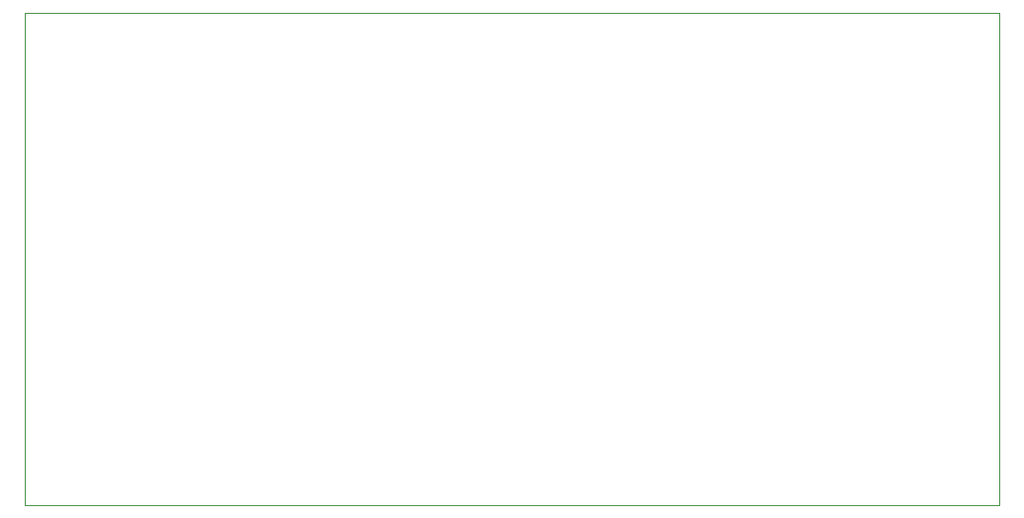
<source format=gm1>
G04 #@! TF.GenerationSoftware,KiCad,Pcbnew,6.0.8-f2edbf62ab~116~ubuntu20.04.1*
G04 #@! TF.CreationDate,2022-10-06T18:38:35+02:00*
G04 #@! TF.ProjectId,IT8951-HAT,49543839-3531-42d4-9841-542e6b696361,v1.2*
G04 #@! TF.SameCoordinates,Original*
G04 #@! TF.FileFunction,Profile,NP*
%FSLAX46Y46*%
G04 Gerber Fmt 4.6, Leading zero omitted, Abs format (unit mm)*
G04 Created by KiCad (PCBNEW 6.0.8-f2edbf62ab~116~ubuntu20.04.1) date 2022-10-06 18:38:35*
%MOMM*%
%LPD*%
G01*
G04 APERTURE LIST*
G04 #@! TA.AperFunction,Profile*
%ADD10C,0.100000*%
G04 #@! TD*
G04 APERTURE END LIST*
D10*
X71900000Y-89425000D02*
X155125000Y-89425000D01*
X71900000Y-47375000D02*
X155125000Y-47375000D01*
X71900000Y-47375000D02*
X71900000Y-89425000D01*
X155125000Y-47375000D02*
X155125000Y-89425000D01*
M02*

</source>
